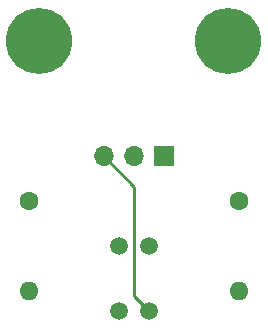
<source format=gbr>
%TF.GenerationSoftware,KiCad,Pcbnew,(7.0.0)*%
%TF.CreationDate,2023-09-26T09:32:08+13:00*%
%TF.ProjectId,SENSOR BOARD,53454e53-4f52-4204-924f-4152442e6b69,rev?*%
%TF.SameCoordinates,Original*%
%TF.FileFunction,Copper,L2,Bot*%
%TF.FilePolarity,Positive*%
%FSLAX46Y46*%
G04 Gerber Fmt 4.6, Leading zero omitted, Abs format (unit mm)*
G04 Created by KiCad (PCBNEW (7.0.0)) date 2023-09-26 09:32:08*
%MOMM*%
%LPD*%
G01*
G04 APERTURE LIST*
%TA.AperFunction,ComponentPad*%
%ADD10C,5.600000*%
%TD*%
%TA.AperFunction,ComponentPad*%
%ADD11R,1.700000X1.700000*%
%TD*%
%TA.AperFunction,ComponentPad*%
%ADD12O,1.700000X1.700000*%
%TD*%
%TA.AperFunction,ComponentPad*%
%ADD13C,1.600000*%
%TD*%
%TA.AperFunction,ComponentPad*%
%ADD14O,1.600000X1.600000*%
%TD*%
%TA.AperFunction,ComponentPad*%
%ADD15C,1.500000*%
%TD*%
%TA.AperFunction,Conductor*%
%ADD16C,0.250000*%
%TD*%
G04 APERTURE END LIST*
D10*
%TO.P,REF\u002A\u002A,1*%
%TO.N,N/C*%
X159000000Y-73660000D03*
%TD*%
D11*
%TO.P,J1,1,Pin_1*%
%TO.N,Net-(J1-Pin_1)*%
X153524999Y-83444999D03*
D12*
%TO.P,J1,2,Pin_2*%
%TO.N,Net-(J1-Pin_2)*%
X150984999Y-83444999D03*
%TO.P,J1,3,Pin_3*%
%TO.N,GND*%
X148444999Y-83444999D03*
%TD*%
D13*
%TO.P,R2,1*%
%TO.N,Net-(J1-Pin_1)*%
X159890000Y-87255000D03*
D14*
%TO.P,R2,2*%
%TO.N,GND*%
X159889999Y-94874999D03*
%TD*%
D13*
%TO.P,R1,1*%
%TO.N,Net-(J1-Pin_2)*%
X142110000Y-87255000D03*
D14*
%TO.P,R1,2*%
%TO.N,Net-(R1-Pad2)*%
X142109999Y-94874999D03*
%TD*%
D10*
%TO.P,REF\u002A\u002A,1*%
%TO.N,N/C*%
X143000000Y-73660000D03*
%TD*%
D15*
%TO.P,U1,A*%
%TO.N,Net-(R1-Pad2)*%
X149730000Y-96565000D03*
%TO.P,U1,CATH*%
%TO.N,GND*%
X152270000Y-96565000D03*
%TO.P,U1,COLL*%
%TO.N,Net-(J1-Pin_2)*%
X149730000Y-91065000D03*
%TO.P,U1,E*%
%TO.N,Net-(J1-Pin_1)*%
X152270000Y-91065000D03*
%TD*%
D16*
%TO.N,GND*%
X152270000Y-96565000D02*
X151000000Y-95295000D01*
X151000000Y-95295000D02*
X151000000Y-86000000D01*
X151000000Y-86000000D02*
X148445000Y-83445000D01*
%TD*%
M02*

</source>
